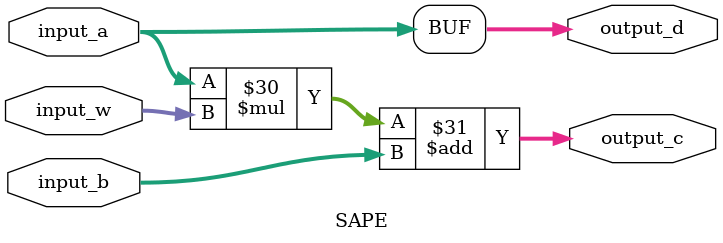
<source format=v>
module MMSA(
           // input signals
           clk,
           rst_n,
           in_valid,
           in_valid2,
           matrix,
           matrix_size,
           i_mat_idx,
           w_mat_idx,

           // output signals
           out_valid,
           out_value
       );
//---------------------------------------------------------------------
//   INPUT AND OUTPUT DECLARATION
//---------------------------------------------------------------------
input        clk, rst_n, in_valid, in_valid2;
input [15:0] matrix;
input [1:0]  matrix_size;
input [3:0]  i_mat_idx, w_mat_idx;

output reg       	     out_valid;
output reg signed [39:0] out_value;

//---------------------------------------------------------------------
//   PARAMETER
//---------------------------------------------------------------------
// FSM Parameter
parameter s_idle   = 3'd0;
parameter s_matrix = 3'd1;
parameter s_index  = 3'd2;
parameter s_cal    = 3'd3;
parameter s_output = 3'd4;

// genvar
integer i, j;
genvar  idx, jdx;
//---------------------------------------------------------------------
//   WIRE AND REG DECLARATION
//---------------------------------------------------------------------
/// FSM ///
// state
reg [2:0] current_state, next_state;
// counter matrix index cnt
reg [5:0] matrix_cnt;
reg [5:0] index_matrix_cnt;
reg [5:0] fsm_cnt;
// current_matrix_size
reg  in_valid_flag, in_valid2_flag;
reg [1:0] current_matrix_size;

// sram //
// sram x matrix
wire signed [15:0] x_sram_out[0:7];
wire x_sram_cen[0:7];			// always enable
wire x_sram_oen[0:7];			// always enable
reg x_sram_wen[0:7];
reg [7:0] x_sram_a[0:7];
reg signed [15:0] x_sram_in[0:7];

// sram w matrix
wire signed [15:0] w_sram_out[0:7];
wire w_sram_cen[0:7];			// always enable
wire w_sram_oen[0:7];			// always enable
reg w_sram_wen[0:7];
reg [7:0] w_sram_a[0:7];
reg signed [15:0] w_sram_in[0:7];

// sram load data
reg signed [15:0] x_data[0:7][0:14];
reg signed [15:0] w_data[0:7][0:7];

// input //
// input cnt array
reg [3:0] column_cnt;
reg [3:0] row_cnt;

// index //
reg [3:0] current_imat_idx, current_wmat_idx;

// cal //
// PE
reg signed [15:0] ina [0:7][0:7];
reg signed [39:0] inb [0:7][0:7];
reg signed [15:0] inw [0:7][0:7];
wire signed [39:0] outc [0:7][0:7];
wire signed [15:0] outd [0:7][0:7];

// output_value
reg signed [39:0] output_value[0:14];

//---------------------------------------------------------------------
//   DESIGN
//---------------------------------------------------------------------
//==============================================//
//            FSM State Declaration             //
//==============================================//
// current_state //
always@(posedge clk or negedge rst_n)
begin
    if(!rst_n)
        current_state <= s_idle;
    else
    begin
        current_state <= next_state;
    end
end

// next_state //
always @(*)
begin
    case(current_state)
        s_idle:
        begin
            next_state = s_matrix;
        end
        s_matrix:
        begin
            // in_valid == 0 && matrix_cnt > 31 in_valid == 0 && in_valid_flag == 1 
            if(in_valid == 0 && matrix_cnt > 31)
                next_state = s_index;
            else
                next_state = current_state;
        end
        s_index:
        begin
            //in_valid2 == 1 in_valid2 == 0 && in_valid2_flag == 1
            if(in_valid2 == 0 && in_valid2_flag == 1)
                next_state = s_cal;
            else
                next_state = current_state;
        end
        s_cal:
        begin
            case(current_matrix_size)
                0:
                begin
                    if(fsm_cnt == 6'd8)
                        next_state = s_output;
                    else
                        next_state = current_state;
                end
                1:
                begin
                    if(fsm_cnt == 6'd14)
                        next_state = s_output;
                    else
                        next_state = current_state;
                end
                2:
                begin
                    if(fsm_cnt == 6'd26)
                        next_state = s_output;
                    else
                        next_state = current_state;
                end
                default:
                    next_state = current_state;
            endcase
        end
        s_output:
        begin
            if(index_matrix_cnt == 6'd16)
            begin
                case(current_matrix_size)
                    0:
                    begin
                        if(fsm_cnt == 6'd2)
                            next_state = s_idle;
                        else
                            next_state = current_state;
                    end
                    1:
                    begin
                        if(fsm_cnt == 6'd6)
                            next_state = s_idle;
                        else
                            next_state = current_state;
                    end
                    2:
                    begin
                        if(fsm_cnt == 6'd14)
                            next_state = s_idle;
                        else
                            next_state = current_state;
                    end
                    default:
                        next_state = current_state;
                endcase
            end
            else
            begin
                case(current_matrix_size)
                    0:
                    begin
                        if(fsm_cnt == 6'd2)
                            next_state = s_index;
                        else
                            next_state = current_state;
                    end
                    1:
                    begin
                        if(fsm_cnt == 6'd6)
                            next_state = s_index;
                        else
                            next_state = current_state;
                    end
                    2:
                    begin
                        if(fsm_cnt == 6'd14)
                            next_state = s_index;
                        else
                            next_state = current_state;
                    end
                    default:
                        next_state = current_state;
                endcase
            end
        end
        default:
            next_state = current_state;
    endcase
end

// matrix_cnt
always @(posedge clk or negedge rst_n)
begin
    if(!rst_n)
        matrix_cnt <= 6'd0;
    else
    begin
        case(current_state)
            s_idle:
            begin
                matrix_cnt <= 6'd0;
            end
            s_matrix:
            begin
                case(current_matrix_size)
                    0:
                    begin
                        if(column_cnt == 1 && row_cnt == 1)
                            matrix_cnt <= matrix_cnt + 6'd1;
                        else
                            matrix_cnt <= matrix_cnt;
                    end
                    1:
                    begin
                        if(column_cnt == 3 && row_cnt == 3)
                            matrix_cnt <= matrix_cnt + 6'd1;
                        else
                            matrix_cnt <= matrix_cnt;
                    end
                    2:
                    begin
                        if(column_cnt == 7 && row_cnt == 7)
                            matrix_cnt <= matrix_cnt + 6'd1;
                        else
                            matrix_cnt <= matrix_cnt;
                    end
                    default:
                    begin
                        if(column_cnt == 1 && row_cnt == 1)
                            matrix_cnt <= matrix_cnt + 6'd1;
                        else
                            matrix_cnt <= matrix_cnt;
                    end
                endcase
            end
            s_index:
            begin
                matrix_cnt <= 6'd0;
            end
            default:
                matrix_cnt <= matrix_cnt;
        endcase
    end
end

// index_matrix_cnt
always @(posedge clk or negedge rst_n)
begin
    if(!rst_n)
        index_matrix_cnt <= 6'd0;
    else if(current_state == s_idle)
        index_matrix_cnt <= 6'd0;
    else if(in_valid2 == 1)
    begin
        if(index_matrix_cnt == 6'd16)
            index_matrix_cnt <= 6'd0;
        else
            index_matrix_cnt <= index_matrix_cnt + 6'd1;
    end
    else
        index_matrix_cnt <= index_matrix_cnt;
end

// fsm_cnt
always @(posedge clk or negedge rst_n)
begin
    if(!rst_n)
        fsm_cnt <= 6'd0;
    else
    case(current_state)
        s_idle:
        begin
            fsm_cnt <= 6'd0;
        end
        s_index:
        begin
            fsm_cnt <= 6'd0;
        end
        s_cal:
        begin
            case(current_matrix_size)
                0:
                begin
                    if(fsm_cnt == 6'd8)
                        fsm_cnt <= 6'd0;
                    else
                        fsm_cnt <= fsm_cnt + 6'd1;
                end
                1:
                begin
                    if(fsm_cnt == 6'd14)
                        fsm_cnt <= 6'd0;
                    else
                        fsm_cnt <= fsm_cnt + 6'd1;
                end
                2:
                begin
                    if(fsm_cnt == 6'd26)
                        fsm_cnt <= 6'd0;
                    else
                        fsm_cnt <= fsm_cnt + 6'd1;
                end
                default:
                    fsm_cnt <= fsm_cnt;
            endcase
        end
        s_output:
        begin
            case(current_matrix_size)
                0:
                begin
                    if(fsm_cnt == 6'd2)
                        fsm_cnt <= 6'd0;
                    else
                        fsm_cnt <= fsm_cnt + 6'd1;
                end
                1:
                begin
                    if(fsm_cnt == 6'd6)
                        fsm_cnt <= 6'd0;
                    else
                        fsm_cnt <= fsm_cnt + 6'd1;
                end
                2:
                begin
                    if(fsm_cnt == 6'd14)
                        fsm_cnt <= 6'd0;
                    else
                        fsm_cnt <= fsm_cnt + 6'd1;
                end
                default:
                    fsm_cnt <= fsm_cnt;
            endcase
        end
        default:
            fsm_cnt <= fsm_cnt;
    endcase
end

//==============================================//
//             over any state Design            //
//==============================================//
// in_valid_flag //
always @(posedge clk or negedge rst_n)
begin
    if (!rst_n)
        in_valid_flag = 1'd0;
    else
    begin
        if(in_valid)
            in_valid_flag = 1'd1;
        else
            in_valid_flag = 1'd0;
    end
end

// in_valid2_flag //
always @(posedge clk or negedge rst_n)
begin
    if (!rst_n)
        in_valid2_flag = 1'd0;
    else
    begin
        if(in_valid2)
            in_valid2_flag = 1'd1;
        else
            in_valid2_flag = 1'd0;
    end
end

// current_matrix_size //
always @(posedge clk or negedge rst_n)
begin
    if (!rst_n)
        current_matrix_size <= 2'd0;
    else if (current_state == s_idle)
        current_matrix_size <= 2'd0;
    else if(in_valid == 1 && in_valid_flag == 0)
    begin
        current_matrix_size <= matrix_size;
    end
    else
        current_matrix_size <= current_matrix_size;
end

//==============================================//
//              SRAM control Design             //
//==============================================//
// xsram
generate
    for(idx=0 ; idx<8 ; idx=idx+1)
    begin
        sram256 xsram(.Q(x_sram_out[idx]), .CLK(clk), .CEN(x_sram_cen[idx]), .WEN(x_sram_wen[idx]), .A(x_sram_a[idx]), .D(x_sram_in[idx]), .OEN(x_sram_oen[idx]));
    end
endgenerate

// wsram
generate
    for(idx=0 ; idx<8 ; idx=idx+1)
    begin
        sram256 xsram(.Q(w_sram_out[idx]), .CLK(clk), .CEN(w_sram_cen[idx]), .WEN(w_sram_wen[idx]), .A(w_sram_a[idx]), .D(w_sram_in[idx]), .OEN(w_sram_oen[idx]));
    end
endgenerate

// x_sram_cen x_sram_oen w_sram_cen w_sram_oen
generate
    for(idx=0 ; idx<8 ; idx=idx+1)
    begin
        assign x_sram_cen[idx] = 0;
        assign x_sram_oen[idx] = 0;
        assign w_sram_cen[idx] = 0;
        assign w_sram_oen[idx] = 0;
    end
endgenerate

// x_sram_a
always @(posedge clk or negedge rst_n)
begin
    if(!rst_n)
    begin
        for(i=0; i<16; i=i+1)
        begin
            x_sram_a[i] <= 8'd0;
        end
    end
    else if(current_state == s_matrix && matrix_cnt < 16)
    begin
        x_sram_a[column_cnt] <= row_cnt + 16*matrix_cnt;
    end
    else if(current_state == s_cal)
    begin
        for(i=0; i<16; i=i+1)
        begin
            x_sram_a[i] <= fsm_cnt + 16*current_imat_idx;
        end
    end
    else
    begin
        for(i=0; i<16; i=i+1)
        begin
            x_sram_a[i] <= x_sram_a[i];
        end
    end
end

// w_sram_a
always @(posedge clk or negedge rst_n)
begin
    if(!rst_n)
    begin
        for(i=0; i<16; i=i+1)
        begin
            w_sram_a[i] <= 8'd0;
        end
    end
    else if(current_state == s_matrix && matrix_cnt > 15 && matrix_cnt < 32)
    begin
        w_sram_a[column_cnt] <= row_cnt + 16*(matrix_cnt-16);
    end
    else if (current_state == s_cal)
    begin
        for(i=0; i<16; i=i+1)
        begin
            w_sram_a[i] <= fsm_cnt + 16*current_wmat_idx;
        end
    end
    else
    begin
        for(i=0; i<16; i=i+1)
        begin
            w_sram_a[i] <= w_sram_a[i];
        end
    end
end

// x_sram_wen
generate
    for (idx=0 ; idx<8 ; idx=idx+1)
    begin
        always @(posedge clk or negedge rst_n)
        begin
            if (!rst_n)
            begin
                x_sram_wen[idx] <= 1'd0;
            end
            else if(current_state == s_matrix)
            begin
                x_sram_wen[idx] <= 1'd0;
            end
            else if(current_state == s_cal)
            begin
                x_sram_wen[idx] <= 1'd1;
            end
            else
            begin
                x_sram_wen[idx] <= x_sram_wen[idx];
            end
        end
    end
endgenerate

// w_sram_wen
generate
    for (idx=0 ; idx<8 ; idx=idx+1)
    begin
        always @(posedge clk or negedge rst_n)
        begin
            if (!rst_n)
            begin
                w_sram_wen[idx] <= 1'd0;
            end
            else if(current_state == s_matrix)
            begin
                w_sram_wen[idx] <= 1'd0;
            end
            else if(current_state == s_cal)
            begin
                w_sram_wen[idx] <= 1'd1;
            end
            else
            begin
                w_sram_wen[idx] <= w_sram_wen[idx];
            end
        end
    end
endgenerate

//==============================================//
//           FSM state 1 matrix Block           //
//==============================================//
// input cnt array //
// row_cnt
always @(posedge clk or negedge rst_n)
begin
    if (!rst_n)
        row_cnt <= 4'd0;
    else
    begin
        if(current_state == s_matrix && in_valid == 1)/*new add && in_valid == 1*/
        begin
            case(current_matrix_size)
                0:
                begin
                    if(column_cnt == 4'd1)
                        if(row_cnt == 4'd1)
                            row_cnt <= 4'd0;
                        else
                            row_cnt <= row_cnt + 4'd1;
                    else
                    begin
                        row_cnt <= row_cnt;
                    end
                end
                1:
                begin
                    if(column_cnt == 4'd3)
                        if(row_cnt == 4'd3)
                            row_cnt <= 4'd0;
                        else
                            row_cnt <= row_cnt + 4'd1;
                    else
                    begin
                        row_cnt <= row_cnt;
                    end
                end
                2:
                begin
                    if(column_cnt == 4'd7)
                        if(row_cnt == 4'd7)
                            row_cnt <= 4'd0;
                        else
                            row_cnt <= row_cnt + 4'd1;
                    else
                    begin
                        row_cnt <= row_cnt;
                    end
                end
                default:
                    row_cnt <= row_cnt;
            endcase
        end
        else
            row_cnt <= 4'd0;
    end
end

// column_cnt
always @(posedge clk or negedge rst_n)
begin
    if (!rst_n)
        column_cnt <= 4'd0;
    else
    begin
        if(current_state == s_matrix && in_valid == 1)/*new add && in_valid == 1*/
        begin
            case(current_matrix_size)
                0:
                begin
                    if(column_cnt == 4'd1)
                        column_cnt <= 4'd0;
                    else
                        column_cnt <= column_cnt + 4'd1;
                end
                1:
                begin
                    if(column_cnt == 4'd3)
                        column_cnt <= 4'd0;
                    else
                        column_cnt <= column_cnt + 4'd1;
                end
                2:
                begin
                    if(column_cnt == 4'd7)
                        column_cnt <= 4'd0;
                    else
                        column_cnt <= column_cnt + 4'd1;
                end
                default:
                    column_cnt <= column_cnt;
            endcase
        end
        else
            column_cnt <= 4'd0;
    end
end

// x_sram_in
always @(posedge clk or negedge rst_n)
begin
    if(!rst_n)
    begin
        for(i=0; i<16; i=i+1)
        begin
            x_sram_in[i] <= 16'd0;
        end
    end
    else if(current_state == s_matrix && matrix_cnt < 16)
    begin
        x_sram_in[column_cnt] <= matrix;
    end
    else
    begin
        for(i=0; i<16; i=i+1)
        begin
            x_sram_in[i] <= x_sram_in[i];
        end
    end
end

// w_sram_in
always @(posedge clk or negedge rst_n)
begin
    if(!rst_n)
    begin
        for(i=0; i<16; i=i+1)
        begin
            w_sram_in[i] <= 16'd0;
        end
    end
    else if(current_state == s_matrix && matrix_cnt > 15 && matrix_cnt < 32)
    begin
        w_sram_in[column_cnt] <= matrix;
    end
    else
    begin
        for(i=0; i<16; i=i+1)
        begin
            w_sram_in[i] <= w_sram_in[i];
        end
    end
end

//==============================================//
//            FSM state 2 index Block           //
//==============================================//
// current_imat_idx
always @(posedge clk or negedge rst_n)
begin
    if(!rst_n)
        current_imat_idx <= 4'd0;
    else if(current_state == s_idle)
        current_imat_idx <= 4'd0;
    else if(in_valid2 == 1) /*i_mat_idx != 4'dx*/
    begin
        current_imat_idx <= i_mat_idx;
    end
    else
        current_imat_idx <= current_imat_idx;
end

// current_wmat_idx
always @(posedge clk or negedge rst_n)
begin
    if(!rst_n)
        current_wmat_idx <= 4'd0;
    else if(current_state == s_idle)
        current_wmat_idx <= 4'd0;
    else if(in_valid2 == 1)/*w_mat_idx != 4'dx*/
    begin
        current_wmat_idx <= w_mat_idx;
    end
    else
        current_wmat_idx <= current_wmat_idx;
end

//==============================================//
//             FSM state 3 cal Block            //
//==============================================//
// SA
generate
    for(idx=0 ;idx<8 ;idx=idx+1)
    begin
        for(jdx=0 ;jdx<8 ;jdx=jdx+1)
        begin
            SAPE sa_pe(.input_a(ina[idx][jdx]), .input_b(inb[idx][jdx]), .input_w(inw[idx][jdx]), .output_c(outc[idx][jdx]), .output_d(outd[idx][jdx]));
        end
    end
endgenerate

// outd/x_data to ina // delay 3 cycle 0 1 2  in 3 change value
generate
    for(idx=0 ;idx<8 ;idx=idx+1)
    begin
        for(jdx=0 ;jdx<8 ;jdx=jdx+1)
        begin
            always@(posedge clk or negedge rst_n)
            begin
                if(!rst_n)
                    ina[idx][jdx] <= 16'd0;
                else if(current_state == s_idle || current_state == s_index)
                    ina[idx][jdx] <= 16'd0;
                else if(current_state == s_cal && fsm_cnt > 2)/*&& fsm_cnt < 34*/
                begin
                    //fsm_cnt < 34
                    if(fsm_cnt < 18)
                    begin
                        if(jdx == 0)
                            ina[idx][0] <= x_data[idx][fsm_cnt-3];
                        else
                            ina[idx][jdx] <= outd[idx][jdx-1];
                    end
                    else
                        if(jdx == 0)
                            ina[idx][0] <= 16'd0;
                        else
                            ina[idx][jdx] <= outd[idx][jdx-1];
                end
                else
                    ina[idx][jdx] <= ina[idx][jdx];
            end
        end
    end
endgenerate

// inw // delay 3 cycle 0 1 2  in 3 change value
generate
    for(idx=0 ;idx<8 ;idx=idx+1)
    begin
        for(jdx=0 ;jdx<8 ;jdx=jdx+1)
        begin
            always@(posedge clk or negedge rst_n)
            begin
                if(!rst_n)
                    inw[idx][jdx] <= 16'd0;
                else if(current_state == s_idle || current_state == s_index)
                    inw[idx][jdx] <= 16'd0;
                else if(current_state == s_cal && fsm_cnt > 2 && fsm_cnt < 11)
                begin
                    inw[idx][jdx] <= w_data[idx][jdx];
                end
                else
                    inw[idx][jdx] <= inw[idx][jdx];
            end
        end
    end
endgenerate

// outc/0 to inb // delay 3 cycle 0 1 2  in 3 change value
generate
    for(idx=0 ;idx<8 ;idx=idx+1)
    begin
        for(jdx=0 ;jdx<8 ;jdx=jdx+1)
        begin
            always@(posedge clk or negedge rst_n)
            begin
                if(!rst_n)
                    inb[idx][jdx] <= 16'd0;
                else if(current_state == s_idle || current_state == s_index)
                    inb[idx][jdx] <= 16'd0;
                else if(current_state == s_cal && fsm_cnt > 2)
                begin
                    if(idx == 0)
                        inb[0][jdx] <= 40'd0;
                    else
                        inb[idx][jdx] <= outc[idx-1][jdx];
                end
                else
                    inb[idx][jdx] <= inb[idx][jdx];
            end
        end
    end
endgenerate

// x_sram_out to x_data // delay 2 cycle 0 1  in 2 change value
always @(posedge clk or negedge rst_n)
begin
    if(!rst_n)
    begin
        for(i=0; i<8; i=i+1)
        begin
            for(j=0; j<15; j=j+1)
            begin
                x_data[i][j] <= 16'd0;
            end
        end
    end
    else if(current_state == s_idle || current_state == s_index)
    begin
        for(i=0; i<8; i=i+1)
        begin
            for(j=0; j<15; j=j+1)
            begin
                x_data[i][j] <= 16'd0;
            end
        end
    end
    else if(current_state == s_cal && fsm_cnt > 1)
    begin
        if(current_matrix_size == 0 && fsm_cnt < 4)
        begin
            x_data[0][fsm_cnt-2] <= x_sram_out[0];
            x_data[1][fsm_cnt-1] <= x_sram_out[1];
        end
        else if(current_matrix_size == 1 && fsm_cnt < 6)
        begin
            x_data[0][fsm_cnt-2] <= x_sram_out[0];
            x_data[1][fsm_cnt-1] <= x_sram_out[1];
            x_data[2][fsm_cnt] <= x_sram_out[2];
            x_data[3][fsm_cnt+1] <= x_sram_out[3];
        end
        else if(current_matrix_size == 2 && fsm_cnt < 10)
        begin
            x_data[0][fsm_cnt-2] <= x_sram_out[0];
            x_data[1][fsm_cnt-1] <= x_sram_out[1];
            x_data[2][fsm_cnt] <= x_sram_out[2];
            x_data[3][fsm_cnt+1] <= x_sram_out[3];
            x_data[4][fsm_cnt+2] <= x_sram_out[4];
            x_data[5][fsm_cnt+3] <= x_sram_out[5];
            x_data[6][fsm_cnt+4] <= x_sram_out[6];
            x_data[7][fsm_cnt+5] <= x_sram_out[7];
        end
        else
        begin
            for(i=0; i<8; i=i+1)
            begin
                for(j=0; j<15; j=j+1)
                begin
                    x_data[i][j] <= x_data[i][j];
                end
            end
        end
    end
    else
    begin
        for(i=0; i<8; i=i+1)
        begin
            for(j=0; j<15; j=j+1)
            begin
                x_data[i][j] <= x_data[i][j];
            end
        end
    end
end

// w_sram_out to w_data // delay 2 cycle 0 1  in 2 change value
always @(posedge clk or negedge rst_n)
begin
    if(!rst_n)
    begin
        for(i=0; i<8; i=i+1)
        begin
            for(j=0; j<8; j=j+1)
            begin
                w_data[i][j] <= 16'd0;
            end
        end
    end
    else if(current_state == s_idle || current_state == s_index)
    begin
        for(i=0; i<8; i=i+1)
        begin
            for(j=0; j<8; j=j+1)
            begin
                w_data[i][j] <= 16'd0;
            end
        end
    end
    else if(current_state == s_cal && fsm_cnt > 1)
    begin
        if (current_matrix_size == 0 && fsm_cnt < 4)
        begin
            w_data[fsm_cnt-2][0] <= w_sram_out[0];
            w_data[fsm_cnt-2][1] <= w_sram_out[1];
        end
        else if (current_matrix_size == 1 && fsm_cnt < 6)
        begin
            w_data[fsm_cnt-2][0] <= w_sram_out[0];
            w_data[fsm_cnt-2][1] <= w_sram_out[1];
            w_data[fsm_cnt-2][2] <= w_sram_out[2];
            w_data[fsm_cnt-2][3] <= w_sram_out[3];
        end
        else if (current_matrix_size == 2 && fsm_cnt < 10)
        begin
            w_data[fsm_cnt-2][0] <= w_sram_out[0];
            w_data[fsm_cnt-2][1] <= w_sram_out[1];
            w_data[fsm_cnt-2][2] <= w_sram_out[2];
            w_data[fsm_cnt-2][3] <= w_sram_out[3];
            w_data[fsm_cnt-2][4] <= w_sram_out[4];
            w_data[fsm_cnt-2][5] <= w_sram_out[5];
            w_data[fsm_cnt-2][6] <= w_sram_out[6];
            w_data[fsm_cnt-2][7] <= w_sram_out[7];
        end
        else
        begin
            for(i=0; i<8; i=i+1)
            begin
                for(j=0; j<8; j=j+1)
                begin
                    w_data[i][j] <= w_data[i][j];
                end
            end
        end
    end
    else
    begin
        for(i=0; i<8; i=i+1)
        begin
            for(j=0; j<8; j=j+1)
            begin
                w_data[i][j] <= w_data[i][j];
            end
        end
    end
end

// output_value
always @(posedge clk or negedge rst_n)
begin
    if(!rst_n)
    begin
        for(i=0; i<15; i=i+1)
        begin
            output_value[i] <= 40'd0;
        end
    end
    else if(current_state == s_idle || current_state == s_index)
    begin
        for(i=0; i<15; i=i+1)
        begin
            output_value[i] <= 40'd0;
        end
    end
    else if (current_state == s_cal)
    begin
        case(current_matrix_size)
            0:
            begin
                if(fsm_cnt > 4)
                    output_value[fsm_cnt-5] <= outc[1][0] + outc[1][1];
                else
                    output_value[fsm_cnt] <= output_value[fsm_cnt];
            end
            1:
            begin
                if(fsm_cnt > 6)
                    output_value[fsm_cnt-7] <= outc[3][0] + outc[3][1] + outc[3][2] + outc[3][3];
                else
                    output_value[fsm_cnt] <= output_value[fsm_cnt];
            end
            2:
            begin
                if(fsm_cnt > 10)
                    output_value[fsm_cnt-11] <= outc[7][0] + outc[7][1] + outc[7][2] + outc[7][3] + outc[7][4] + outc[7][5] + outc[7][6] + outc[7][7];
                else
                    output_value[fsm_cnt] <= output_value[fsm_cnt];
            end
            default:
                output_value[fsm_cnt] <= output_value[fsm_cnt];
        endcase
    end
    else
    begin
        for(i=0; i<15; i=i+1)
        begin
            output_value[i] <= output_value[i];
        end
    end
end

//==============================================//
//            FSM state 4 output Block          //
//==============================================//
// out_valid
always @(posedge clk or negedge rst_n)
begin
    if(!rst_n)
    begin
        out_valid <= 1'b0;
    end
    else
    begin
        case(current_state)
            s_output:
                out_valid <= 1'b1;
            default:
                out_valid <= 1'b0;
        endcase
    end
end

// out_value
always @(posedge clk or negedge rst_n)
begin
    if(!rst_n)
        out_value <= 40'd0;
    else
    case(current_state)
        s_output:
        begin
            out_value <= output_value[fsm_cnt];
        end
        default:
            out_value <= 40'd0;
    endcase
end

endmodule

    module SAPE(
        input_a,
        input_b,
        input_w,
        output_c,
        output_d);
// INPUT AND OUTPUT DECLARATION //
input signed [15:0] input_a, input_w;
input signed [39:0] input_b;
output signed [39:0] output_c;
output signed [15:0] output_d;
// cal //
assign output_c = input_a*input_w + input_b;
assign output_d = input_a;
endmodule

</source>
